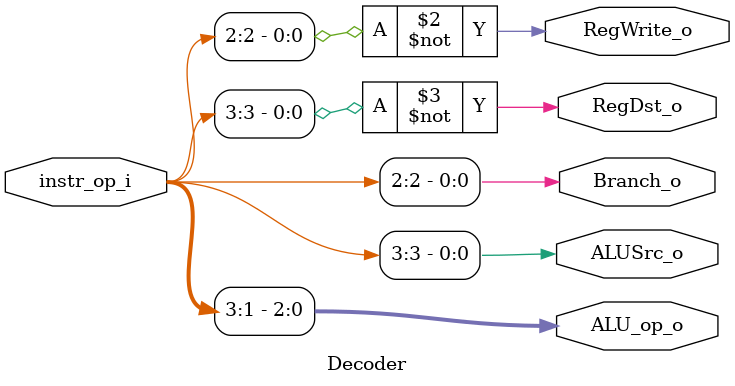
<source format=v>
`timescale 1ns/1ps


module Decoder(
	instr_op_i,
	RegWrite_o,
	ALU_op_o,
	ALUSrc_o,
	RegDst_o,
	Branch_o
);

// I/O ports
input [6-1:0] instr_op_i;
output reg [3-1:0] ALU_op_o;
output reg RegWrite_o, ALUSrc_o, RegDst_o, Branch_o;

// Main function
always @(instr_op_i) begin
	ALU_op_o <= instr_op_i[3:1];
	RegWrite_o <= ~instr_op_i[2];
	ALUSrc_o <= instr_op_i[3];
	RegDst_o <= ~instr_op_i[3];
	Branch_o <= instr_op_i[2];
end

endmodule

</source>
